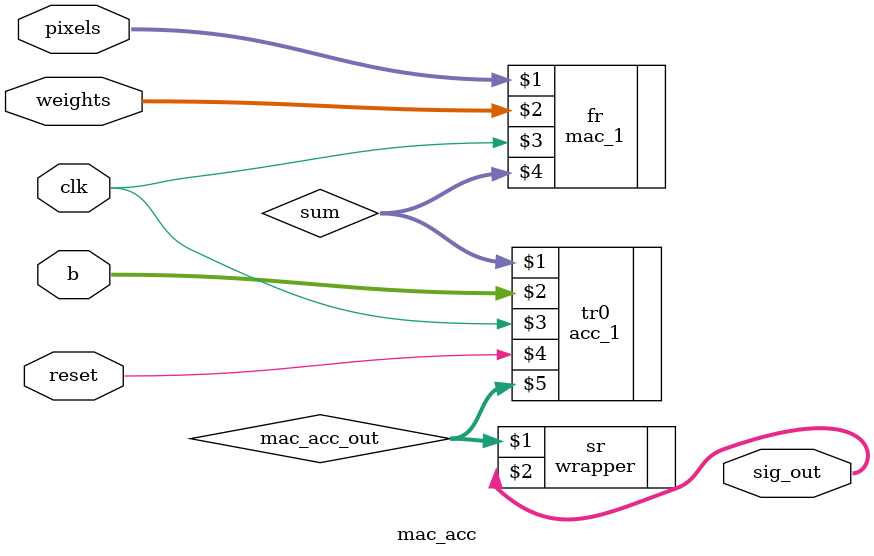
<source format=v>
`timescale 1ns / 1ps


module mac_acc(
input [127:0] pixels,
input [127:0] weights,
input[7:0]b,
input clk,
input reset,
output [7:0]sig_out

    );
    
    wire[19:0]sum; // MAC output and ACC input
    //instantiate MAC and ACC
    wire [21:0]mac_acc_out;
    mac_1 fr(pixels,weights,clk,sum);
    acc_1 tr0(sum,b,clk,reset,mac_acc_out);
    wrapper sr(mac_acc_out,sig_out);
endmodule

</source>
